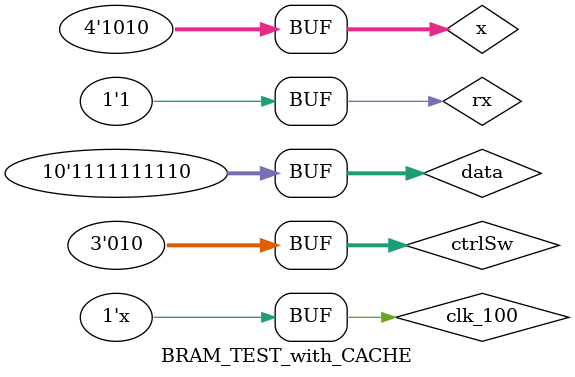
<source format=v>
`timescale 1ns / 1ps


module BRAM_TEST_with_CACHE;

	// Inputs
	reg clk_100;
	reg rx;
	reg [2:0] ctrlSw;

	// Outputs
	wire tx;
	wire led_rx;
	wire led_tx;
	wire led_pro;
	wire [2:0] ledInd;
	wire [15:0] addr_io;
	wire [15:0] data_in_io;
	wire [15:0] data_out_io;
	wire we_io;
	wire [15:0] memory_addr_pro;
	wire [15:0] memory_data_in_pro;
	wire [15:0] memory_data_out_pro;
	wire we_pro;
	wire pro_clk;
	wire ready;
	wire [5:0] state;
	wire send;
	wire z;
	wire [15:0] tester;
	wire [15:0] c_bus;
	wire [8:0] test_ins;
	wire hit;
	
	
	
	
	//internals
	reg [9:0] data;
	reg [3:0] x;
	
	parameter buad_time =8680;

	// Instantiate the Unit Under Test (UUT)
	BRAM_TEST uut (
		.clk_100(clk_100), 
		.rx(rx), 
		.tx(tx), 
		.led_rx(led_rx), 
		.led_tx(led_tx), 
		.led_pro(led_pro), 
		.ledInd(ledInd), 
		.ctrlSw(ctrlSw), 
		.addr_io(addr_io), 
		.data_in_io(data_in_io), 
		.data_out_io(data_out_io), 
		.we_io(we_io), 
		.memory_addr_pro(memory_addr_pro), 
		.memory_data_in_pro(memory_data_in_pro), 
		.memory_data_out_pro(memory_data_out_pro), 
		.we_pro(we_pro), 
		.pro_clk(pro_clk), 
		.ready(ready), 
		.state(state), 
		.send(send), 
		.z(z), 
		.tester(tester), 
		.c_bus(c_bus), 
		.test_ins(test_ins), 
		.hit(hit)
	);
	
	
	always begin
	#5 clk_100 = ~clk_100;
	end

	initial begin
		// Initialize Inputs
		clk_100 = 0;
		rx = 1;
		ctrlSw[0] = 1;
		ctrlSw[1] = 0;
      ctrlSw[2] = 0;

		// Wait 100 ns for global reset to finish
		#100;

		  
		#104160
		data =10'b 1_11101_000_0; //store R1,r2   - E8
		for(x = 0 ; x<10; x= x + 1) begin
			#buad_time rx=data[x];
		end
		
		
		#104160
		data =10'b 1_0001_0010_0; // r1,r2			- 12
		for(x = 0 ; x<10; x= x + 1) begin
			#buad_time rx=data[x];
		end
		
		
		#104160
		data =10'b 1_11100_000_0; //load R5,r1    - E0
		for(x = 0 ; x<10; x= x + 1) begin
			#buad_time rx=data[x];
		end
		
		
		#104160
		data =10'b 1_0101_0001_0; // r5,r2			- 51
		for(x = 0 ; x<10; x= x + 1) begin
			#buad_time rx=data[x];
		end
		
		
		
		#104160
		data =10'b 11111_11110; // halt				-FF
		for(x = 0 ; x<10; x= x + 1) begin
			#buad_time rx=data[x];
		end
		
		#104160
		data =10'b 11111_11110; // halt					-FF
		for(x = 0 ; x<10; x= x + 1) begin
			#buad_time rx=data[x];
		end
		// Add stimulus here

		#104160
		ctrlSw[0] = 0;
		ctrlSw[1] = 1;
      ctrlSw[2] = 0;
	end
      
endmodule


</source>
